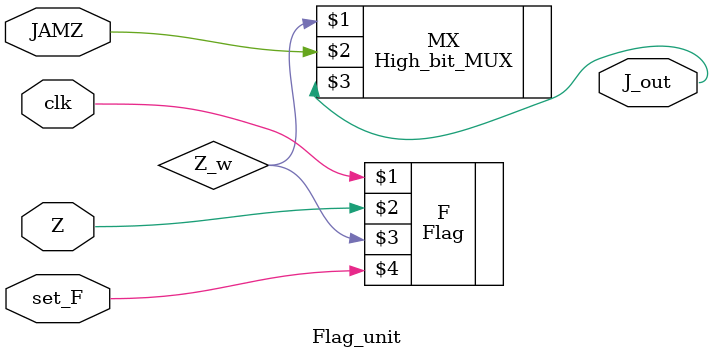
<source format=v>
`timescale 1ns / 1ps
module Flag_unit(clk,Z,JAMZ,J_out,set_F);

    input clk,Z,JAMZ,set_F;
	 output J_out;
	 
	 wire Z_w;
	 
	 Flag F (clk,Z,Z_w,set_F);
	 High_bit_MUX MX (Z_w,JAMZ,J_out);
    
endmodule

</source>
